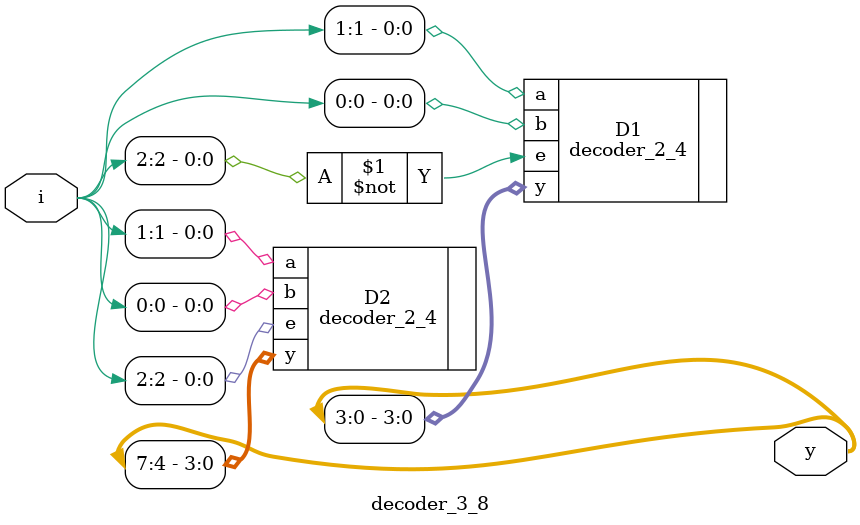
<source format=v>
/* Decoder 3x8 using 2x4*/


module decoder_3_8(i,y);

	input [2:0]i;
	output [7:0]y;

	decoder_2_4 D1(.a(i[1]),.b(i[0]),.e(~i[2]),.y(y[3:0]));
	decoder_2_4 D2(.a(i[1]),.b(i[0]),.e(i[2]),.y(y[7:4]));
endmodule
</source>
